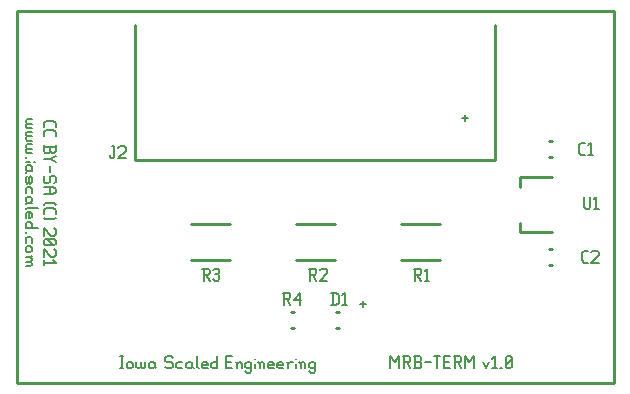
<source format=gbr>
G04 start of page 8 for group -4079 idx -4079 *
G04 Title: (unknown), topsilk *
G04 Creator: pcb 4.0.2 *
G04 CreationDate: Thu Dec 31 16:53:41 2020 UTC *
G04 For: petersen *
G04 Format: Gerber/RS-274X *
G04 PCB-Dimensions (mil): 2000.00 1250.00 *
G04 PCB-Coordinate-Origin: lower left *
%MOIN*%
%FSLAX25Y25*%
%LNTOPSILK*%
%ADD45C,0.0080*%
%ADD44C,0.0100*%
G54D44*X500Y124500D02*X179500D01*
X199500D02*X178500D01*
X199500D02*Y500D01*
X500D01*
Y124500D01*
G54D45*X149000Y89000D02*X151000D01*
X150000Y90000D02*Y88000D01*
X115000Y27000D02*X117000D01*
X116000Y28000D02*Y26000D01*
X9500Y87300D02*Y86000D01*
X10200Y88000D02*X9500Y87300D01*
X10200Y88000D02*X12800D01*
X13500Y87300D01*
Y86000D01*
X9500Y84100D02*Y82800D01*
X10200Y84800D02*X9500Y84100D01*
X10200Y84800D02*X12800D01*
X13500Y84100D01*
Y82800D01*
X9500Y79800D02*Y77800D01*
X10000Y77300D01*
X11200D01*
X11700Y77800D02*X11200Y77300D01*
X11700Y79300D02*Y77800D01*
X9500Y79300D02*X13500D01*
Y79800D02*Y77800D01*
X13000Y77300D01*
X12200D02*X13000D01*
X11700Y77800D02*X12200Y77300D01*
X13500Y76100D02*X11500Y75100D01*
X13500Y74100D01*
X9500Y75100D02*X11500D01*
Y72900D02*Y70900D01*
X13500Y67700D02*X13000Y67200D01*
X13500Y69200D02*Y67700D01*
X13000Y69700D02*X13500Y69200D01*
X12000Y69700D02*X13000D01*
X12000D02*X11500Y69200D01*
Y67700D01*
X11000Y67200D01*
X10000D02*X11000D01*
X9500Y67700D02*X10000Y67200D01*
X9500Y69200D02*Y67700D01*
X10000Y69700D02*X9500Y69200D01*
Y66000D02*X12500D01*
X13500Y65300D01*
Y64200D01*
X12500Y63500D01*
X9500D02*X12500D01*
X11500Y66000D02*Y63500D01*
X10000Y60500D02*X9500Y60000D01*
X13000Y60500D02*X13500Y60000D01*
X10000Y60500D02*X13000D01*
X9500Y58100D02*Y56800D01*
X10200Y58800D02*X9500Y58100D01*
X10200Y58800D02*X12800D01*
X13500Y58100D01*
Y56800D01*
Y55600D02*X13000Y55100D01*
X10000D02*X13000D01*
X9500Y55600D02*X10000Y55100D01*
X13000Y52100D02*X13500Y51600D01*
Y50100D01*
X13000Y49600D01*
X12000D02*X13000D01*
X9500Y52100D02*X12000Y49600D01*
X9500Y52100D02*Y49600D01*
X10000Y48400D02*X9500Y47900D01*
X10000Y48400D02*X13000D01*
X13500Y47900D01*
Y46900D01*
X13000Y46400D01*
X10000D02*X13000D01*
X9500Y46900D02*X10000Y46400D01*
X9500Y47900D02*Y46900D01*
X10500Y48400D02*X12500Y46400D01*
X13000Y45200D02*X13500Y44700D01*
Y43200D01*
X13000Y42700D01*
X12000D02*X13000D01*
X9500Y45200D02*X12000Y42700D01*
X9500Y45200D02*Y42700D01*
X12700Y41500D02*X13500Y40700D01*
X9500D02*X13500D01*
X9500Y41500D02*Y40000D01*
X4000Y88500D02*X5500D01*
X4000D02*X3500Y88000D01*
Y87500D01*
X4000Y87000D01*
X5500D01*
X4000D02*X3500Y86500D01*
Y86000D01*
X4000Y85500D01*
X5500D01*
X4000Y84300D02*X5500D01*
X4000D02*X3500Y83800D01*
Y83300D01*
X4000Y82800D01*
X5500D01*
X4000D02*X3500Y82300D01*
Y81800D01*
X4000Y81300D01*
X5500D01*
X4000Y80100D02*X5500D01*
X4000D02*X3500Y79600D01*
Y79100D01*
X4000Y78600D01*
X5500D01*
X4000D02*X3500Y78100D01*
Y77600D01*
X4000Y77100D01*
X5500D01*
X3500Y75900D02*Y75400D01*
X6400Y74200D02*X6500D01*
X3500D02*X5000D01*
X5500Y71700D02*X5000Y71200D01*
X5500Y72700D02*Y71700D01*
X5000Y73200D02*X5500Y72700D01*
X4000Y73200D02*X5000D01*
X4000D02*X3500Y72700D01*
X4000Y71200D02*X5500D01*
X4000D02*X3500Y70700D01*
Y72700D02*Y71700D01*
X4000Y71200D01*
X3500Y69000D02*Y67500D01*
X4000Y67000D01*
X4500Y67500D02*X4000Y67000D01*
X4500Y69000D02*Y67500D01*
X5000Y69500D02*X4500Y69000D01*
X5000Y69500D02*X5500Y69000D01*
Y67500D01*
X5000Y67000D01*
X4000Y69500D02*X3500Y69000D01*
X5500Y65300D02*Y63800D01*
X5000Y65800D02*X5500Y65300D01*
X4000Y65800D02*X5000D01*
X4000D02*X3500Y65300D01*
Y63800D01*
X5500Y61100D02*X5000Y60600D01*
X5500Y62100D02*Y61100D01*
X5000Y62600D02*X5500Y62100D01*
X4000Y62600D02*X5000D01*
X4000D02*X3500Y62100D01*
X4000Y60600D02*X5500D01*
X4000D02*X3500Y60100D01*
Y62100D02*Y61100D01*
X4000Y60600D01*
Y58900D02*X7500D01*
X4000D02*X3500Y58400D01*
Y56900D02*Y55400D01*
X4000Y57400D02*X3500Y56900D01*
X4000Y57400D02*X5000D01*
X5500Y56900D01*
Y55900D01*
X5000Y55400D01*
X4500Y57400D02*Y55400D01*
X5000D01*
X3500Y52200D02*X7500D01*
X3500Y52700D02*X4000Y52200D01*
X3500Y53700D02*Y52700D01*
X4000Y54200D02*X3500Y53700D01*
X4000Y54200D02*X5000D01*
X5500Y53700D01*
Y52700D01*
X5000Y52200D01*
X3500Y51000D02*Y50500D01*
X5500Y48800D02*Y47300D01*
X5000Y49300D02*X5500Y48800D01*
X4000Y49300D02*X5000D01*
X4000D02*X3500Y48800D01*
Y47300D01*
X4000Y46100D02*X5000D01*
X5500Y45600D01*
Y44600D01*
X5000Y44100D01*
X4000D02*X5000D01*
X3500Y44600D02*X4000Y44100D01*
X3500Y45600D02*Y44600D01*
X4000Y46100D02*X3500Y45600D01*
Y42400D02*X5000D01*
X5500Y41900D01*
Y41400D01*
X5000Y40900D01*
X3500D02*X5000D01*
X5500Y40400D01*
Y39900D01*
X5000Y39400D01*
X3500D02*X5000D01*
X5500Y42900D02*X5000Y42400D01*
X35000Y9500D02*X36000D01*
X35500D02*Y5500D01*
X35000D02*X36000D01*
X37200Y7000D02*Y6000D01*
Y7000D02*X37700Y7500D01*
X38700D01*
X39200Y7000D01*
Y6000D01*
X38700Y5500D02*X39200Y6000D01*
X37700Y5500D02*X38700D01*
X37200Y6000D02*X37700Y5500D01*
X40400Y7500D02*Y6000D01*
X40900Y5500D01*
X41400D01*
X41900Y6000D01*
Y7500D02*Y6000D01*
X42400Y5500D01*
X42900D01*
X43400Y6000D01*
Y7500D02*Y6000D01*
X46100Y7500D02*X46600Y7000D01*
X45100Y7500D02*X46100D01*
X44600Y7000D02*X45100Y7500D01*
X44600Y7000D02*Y6000D01*
X45100Y5500D01*
X46600Y7500D02*Y6000D01*
X47100Y5500D01*
X45100D02*X46100D01*
X46600Y6000D01*
X52100Y9500D02*X52600Y9000D01*
X50600Y9500D02*X52100D01*
X50100Y9000D02*X50600Y9500D01*
X50100Y9000D02*Y8000D01*
X50600Y7500D01*
X52100D01*
X52600Y7000D01*
Y6000D01*
X52100Y5500D02*X52600Y6000D01*
X50600Y5500D02*X52100D01*
X50100Y6000D02*X50600Y5500D01*
X54300Y7500D02*X55800D01*
X53800Y7000D02*X54300Y7500D01*
X53800Y7000D02*Y6000D01*
X54300Y5500D01*
X55800D01*
X58500Y7500D02*X59000Y7000D01*
X57500Y7500D02*X58500D01*
X57000Y7000D02*X57500Y7500D01*
X57000Y7000D02*Y6000D01*
X57500Y5500D01*
X59000Y7500D02*Y6000D01*
X59500Y5500D01*
X57500D02*X58500D01*
X59000Y6000D01*
X60700Y9500D02*Y6000D01*
X61200Y5500D01*
X62700D02*X64200D01*
X62200Y6000D02*X62700Y5500D01*
X62200Y7000D02*Y6000D01*
Y7000D02*X62700Y7500D01*
X63700D01*
X64200Y7000D01*
X62200Y6500D02*X64200D01*
Y7000D02*Y6500D01*
X67400Y9500D02*Y5500D01*
X66900D02*X67400Y6000D01*
X65900Y5500D02*X66900D01*
X65400Y6000D02*X65900Y5500D01*
X65400Y7000D02*Y6000D01*
Y7000D02*X65900Y7500D01*
X66900D01*
X67400Y7000D01*
X70400Y7700D02*X71900D01*
X70400Y5500D02*X72400D01*
X70400Y9500D02*Y5500D01*
Y9500D02*X72400D01*
X74100Y7000D02*Y5500D01*
Y7000D02*X74600Y7500D01*
X75100D01*
X75600Y7000D01*
Y5500D01*
X73600Y7500D02*X74100Y7000D01*
X78300Y7500D02*X78800Y7000D01*
X77300Y7500D02*X78300D01*
X76800Y7000D02*X77300Y7500D01*
X76800Y7000D02*Y6000D01*
X77300Y5500D01*
X78300D01*
X78800Y6000D01*
X76800Y4500D02*X77300Y4000D01*
X78300D01*
X78800Y4500D01*
Y7500D02*Y4500D01*
X80000Y8500D02*Y8400D01*
Y7000D02*Y5500D01*
X81500Y7000D02*Y5500D01*
Y7000D02*X82000Y7500D01*
X82500D01*
X83000Y7000D01*
Y5500D01*
X81000Y7500D02*X81500Y7000D01*
X84700Y5500D02*X86200D01*
X84200Y6000D02*X84700Y5500D01*
X84200Y7000D02*Y6000D01*
Y7000D02*X84700Y7500D01*
X85700D01*
X86200Y7000D01*
X84200Y6500D02*X86200D01*
Y7000D02*Y6500D01*
X87900Y5500D02*X89400D01*
X87400Y6000D02*X87900Y5500D01*
X87400Y7000D02*Y6000D01*
Y7000D02*X87900Y7500D01*
X88900D01*
X89400Y7000D01*
X87400Y6500D02*X89400D01*
Y7000D02*Y6500D01*
X91100Y7000D02*Y5500D01*
Y7000D02*X91600Y7500D01*
X92600D01*
X90600D02*X91100Y7000D01*
X93800Y8500D02*Y8400D01*
Y7000D02*Y5500D01*
X95300Y7000D02*Y5500D01*
Y7000D02*X95800Y7500D01*
X96300D01*
X96800Y7000D01*
Y5500D01*
X94800Y7500D02*X95300Y7000D01*
X99500Y7500D02*X100000Y7000D01*
X98500Y7500D02*X99500D01*
X98000Y7000D02*X98500Y7500D01*
X98000Y7000D02*Y6000D01*
X98500Y5500D01*
X99500D01*
X100000Y6000D01*
X98000Y4500D02*X98500Y4000D01*
X99500D01*
X100000Y4500D01*
Y7500D02*Y4500D01*
X125000Y9500D02*Y5500D01*
Y9500D02*X126500Y7500D01*
X128000Y9500D01*
Y5500D01*
X129200Y9500D02*X131200D01*
X131700Y9000D01*
Y8000D01*
X131200Y7500D02*X131700Y8000D01*
X129700Y7500D02*X131200D01*
X129700Y9500D02*Y5500D01*
X130500Y7500D02*X131700Y5500D01*
X132900D02*X134900D01*
X135400Y6000D01*
Y7200D02*Y6000D01*
X134900Y7700D02*X135400Y7200D01*
X133400Y7700D02*X134900D01*
X133400Y9500D02*Y5500D01*
X132900Y9500D02*X134900D01*
X135400Y9000D01*
Y8200D01*
X134900Y7700D02*X135400Y8200D01*
X136600Y7500D02*X138600D01*
X139800Y9500D02*X141800D01*
X140800D02*Y5500D01*
X143000Y7700D02*X144500D01*
X143000Y5500D02*X145000D01*
X143000Y9500D02*Y5500D01*
Y9500D02*X145000D01*
X146200D02*X148200D01*
X148700Y9000D01*
Y8000D01*
X148200Y7500D02*X148700Y8000D01*
X146700Y7500D02*X148200D01*
X146700Y9500D02*Y5500D01*
X147500Y7500D02*X148700Y5500D01*
X149900Y9500D02*Y5500D01*
Y9500D02*X151400Y7500D01*
X152900Y9500D01*
Y5500D01*
X155900Y7500D02*X156900Y5500D01*
X157900Y7500D02*X156900Y5500D01*
X159100Y8700D02*X159900Y9500D01*
Y5500D01*
X159100D02*X160600D01*
X161800D02*X162300D01*
X163500Y6000D02*X164000Y5500D01*
X163500Y9000D02*Y6000D01*
Y9000D02*X164000Y9500D01*
X165000D01*
X165500Y9000D01*
Y6000D01*
X165000Y5500D02*X165500Y6000D01*
X164000Y5500D02*X165000D01*
X163500Y6500D02*X165500Y8500D01*
G54D44*X93524Y53600D02*X106524D01*
X93524Y41400D02*X106524D01*
X58500Y53600D02*X71500D01*
X58500Y41400D02*X71500D01*
X92064Y24255D02*X92850D01*
X92064Y18745D02*X92850D01*
X178150Y75745D02*X178936D01*
X178150Y81255D02*X178936D01*
X40000Y120000D02*Y75000D01*
X160000Y120000D02*Y75000D01*
X40000D02*X160000D01*
X107107Y24255D02*X107893D01*
X107107Y18745D02*X107893D01*
X128500Y53600D02*X141500D01*
X128500Y41400D02*X141500D01*
X168271Y50750D02*X178901D01*
X168271Y69250D02*X178901D01*
X168271Y54000D02*Y50750D01*
Y69250D02*Y66000D01*
X178901Y50929D02*Y50750D01*
Y69250D02*Y69071D01*
X178107Y39745D02*X178893D01*
X178107Y45255D02*X178893D01*
G54D45*X105850Y30650D02*Y26650D01*
X107150Y30650D02*X107850Y29950D01*
Y27350D01*
X107150Y26650D02*X107850Y27350D01*
X105350Y26650D02*X107150D01*
X105350Y30650D02*X107150D01*
X109050Y29850D02*X109850Y30650D01*
Y26650D01*
X109050D02*X110550D01*
X97874Y38650D02*X99874D01*
X100374Y38150D01*
Y37150D01*
X99874Y36650D02*X100374Y37150D01*
X98374Y36650D02*X99874D01*
X98374Y38650D02*Y34650D01*
X99174Y36650D02*X100374Y34650D01*
X101574Y38150D02*X102074Y38650D01*
X103574D01*
X104074Y38150D01*
Y37150D01*
X101574Y34650D02*X104074Y37150D01*
X101574Y34650D02*X104074D01*
X62350Y38650D02*X64350D01*
X64850Y38150D01*
Y37150D01*
X64350Y36650D02*X64850Y37150D01*
X62850Y36650D02*X64350D01*
X62850Y38650D02*Y34650D01*
X63650Y36650D02*X64850Y34650D01*
X66050Y38150D02*X66550Y38650D01*
X67550D01*
X68050Y38150D01*
X67550Y34650D02*X68050Y35150D01*
X66550Y34650D02*X67550D01*
X66050Y35150D02*X66550Y34650D01*
Y36850D02*X67550D01*
X68050Y38150D02*Y37350D01*
Y36350D02*Y35150D01*
Y36350D02*X67550Y36850D01*
X68050Y37350D02*X67550Y36850D01*
X89264Y30650D02*X91264D01*
X91764Y30150D01*
Y29150D01*
X91264Y28650D02*X91764Y29150D01*
X89764Y28650D02*X91264D01*
X89764Y30650D02*Y26650D01*
X90564Y28650D02*X91764Y26650D01*
X92964Y28150D02*X94964Y30650D01*
X92964Y28150D02*X95464D01*
X94964Y30650D02*Y26650D01*
X132850Y38650D02*X134850D01*
X135350Y38150D01*
Y37150D01*
X134850Y36650D02*X135350Y37150D01*
X133350Y36650D02*X134850D01*
X133350Y38650D02*Y34650D01*
X134150Y36650D02*X135350Y34650D01*
X136550Y37850D02*X137350Y38650D01*
Y34650D01*
X136550D02*X138050D01*
X32357Y79500D02*X33157D01*
Y76000D01*
X32657Y75500D02*X33157Y76000D01*
X32157Y75500D02*X32657D01*
X31657Y76000D02*X32157Y75500D01*
X31657Y76500D02*Y76000D01*
X34357Y79000D02*X34857Y79500D01*
X36357D01*
X36857Y79000D01*
Y78000D01*
X34357Y75500D02*X36857Y78000D01*
X34357Y75500D02*X36857D01*
X189801Y62595D02*Y59095D01*
X190301Y58595D01*
X191301D01*
X191801Y59095D01*
Y62595D02*Y59095D01*
X193001Y61795D02*X193801Y62595D01*
Y58595D01*
X193001D02*X194501D01*
X188593Y76650D02*X189893D01*
X187893Y77350D02*X188593Y76650D01*
X187893Y79950D02*Y77350D01*
Y79950D02*X188593Y80650D01*
X189893D01*
X191093Y79850D02*X191893Y80650D01*
Y76650D01*
X191093D02*X192593D01*
X189593Y40693D02*X190893D01*
X188893Y41393D02*X189593Y40693D01*
X188893Y43993D02*Y41393D01*
Y43993D02*X189593Y44693D01*
X190893D01*
X192093Y44193D02*X192593Y44693D01*
X194093D01*
X194593Y44193D01*
Y43193D01*
X192093Y40693D02*X194593Y43193D01*
X192093Y40693D02*X194593D01*
M02*

</source>
